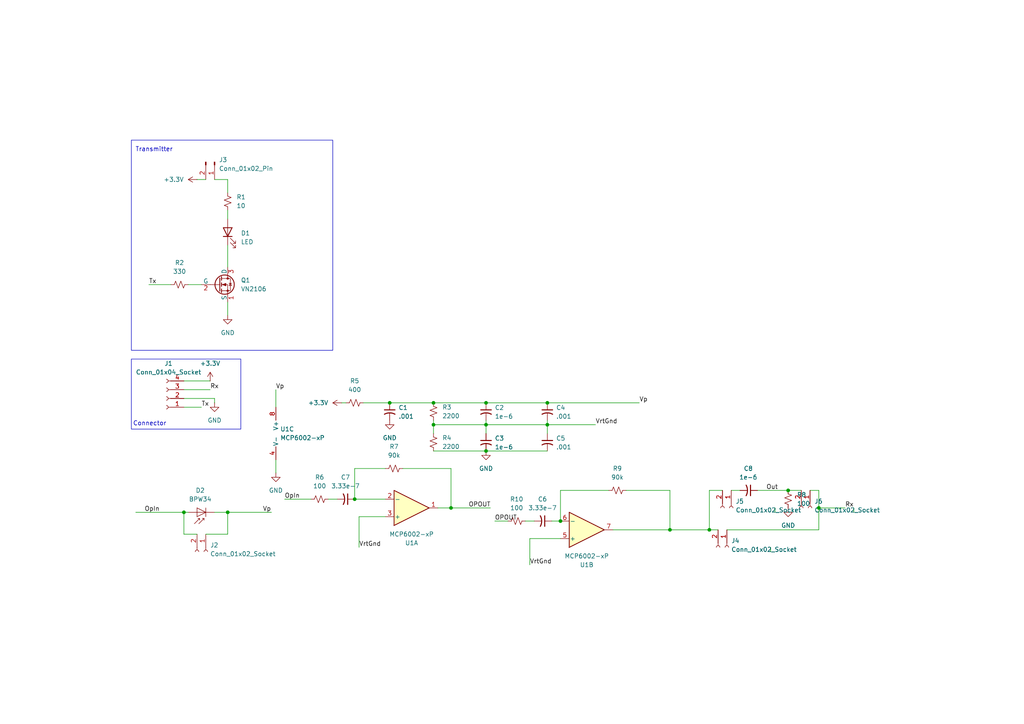
<source format=kicad_sch>
(kicad_sch (version 20250114) (generator "eeschema") (generator_version "9.0")
  (paper "A4")
  (lib_symbols
    (symbol "Amplifier_Operational:MCP6002-xP" (pin_names (offset 0.127))
      (property "Reference" "U" (at 0 5.08 0))
      (property "Value" "MCP6002-xP" (at 0 -5.08 0))
      (symbol "MCP6002-xP_1_1"
        (polyline (pts (xy -5.08 5.08) (xy 5.08 0) (xy -5.08 -5.08) (xy -5.08 5.08)) (stroke (width 0.254)) (fill (type background)))
        (pin input line (at -7.62 2.54 0) (length 2.54) (name "+") (number "3"))
        (pin input line (at -7.62 -2.54 0) (length 2.54) (name "-") (number "2"))
        (pin output line (at 7.62 0 180) (length 2.54) (name "~") (number "1"))
      )
      (symbol "MCP6002-xP_2_1"
        (polyline (pts (xy -5.08 5.08) (xy 5.08 0) (xy -5.08 -5.08) (xy -5.08 5.08)) (stroke (width 0.254)) (fill (type background)))
        (pin input line (at -7.62 2.54 0) (length 2.54) (name "+") (number "5"))
        (pin input line (at -7.62 -2.54 0) (length 2.54) (name "-") (number "6"))
        (pin output line (at 7.62 0 180) (length 2.54) (name "~") (number "7"))
      )
      (symbol "MCP6002-xP_3_1"
        (pin power_in line (at -2.54 7.62 270) (length 3.81) (name "V+") (number "8"))
        (pin power_in line (at -2.54 -7.62 90) (length 3.81) (name "V-") (number "4"))
      )
    )
    (symbol "Connector:Conn_01x02_Pin" (pin_names (offset 1.016) (hide yes))
      (property "Reference" "J" (at 0 2.54 0))
      (property "Value" "Conn_01x02_Pin" (at 0 -5.08 0))
      (symbol "Conn_01x02_Pin_1_1"
        (rectangle (start 0.8636 0.127) (end 0 -0.127) (stroke (width 0.1524)) (fill (type outline)))
        (rectangle (start 0.8636 -2.413) (end 0 -2.667) (stroke (width 0.1524)) (fill (type outline)))
        (polyline (pts (xy 1.27 0) (xy 0.8636 0)) (stroke (width 0.1524)))
        (polyline (pts (xy 1.27 -2.54) (xy 0.8636 -2.54)) (stroke (width 0.1524)))
        (pin passive line (at 5.08 0 180) (length 3.81) (name "Pin_1") (number "1"))
        (pin passive line (at 5.08 -2.54 180) (length 3.81) (name "Pin_2") (number "2"))
      )
    )
    (symbol "Connector:Conn_01x02_Socket" (pin_names (offset 1.016) (hide yes))
      (property "Reference" "J" (at 0 2.54 0))
      (property "Value" "Conn_01x02_Socket" (at 0 -5.08 0))
      (symbol "Conn_01x02_Socket_1_1"
        (polyline (pts (xy -1.27 0) (xy -0.508 0)) (stroke (width 0.1524)))
        (polyline (pts (xy -1.27 -2.54) (xy -0.508 -2.54)) (stroke (width 0.1524)))
        (arc (start 0 -0.508) (mid -0.5058 0) (end 0 0.508) (stroke (width 0.1524)))
        (arc (start 0 -3.048) (mid -0.5058 -2.54) (end 0 -2.032) (stroke (width 0.1524)))
        (pin passive line (at -5.08 0 0) (length 3.81) (name "Pin_1") (number "1"))
        (pin passive line (at -5.08 -2.54 0) (length 3.81) (name "Pin_2") (number "2"))
      )
    )
    (symbol "Connector:Conn_01x04_Socket" (pin_names (offset 1.016) (hide yes))
      (property "Reference" "J" (at 0 5.08 0))
      (property "Value" "Conn_01x04_Socket" (at 0 -7.62 0))
      (symbol "Conn_01x04_Socket_1_1"
        (polyline (pts (xy -1.27 2.54) (xy -0.508 2.54)) (stroke (width 0.1524)))
        (polyline (pts (xy -1.27 0) (xy -0.508 0)) (stroke (width 0.1524)))
        (polyline (pts (xy -1.27 -2.54) (xy -0.508 -2.54)) (stroke (width 0.1524)))
        (polyline (pts (xy -1.27 -5.08) (xy -0.508 -5.08)) (stroke (width 0.1524)))
        (arc (start 0 2.032) (mid -0.5058 2.54) (end 0 3.048) (stroke (width 0.1524)))
        (arc (start 0 -0.508) (mid -0.5058 0) (end 0 0.508) (stroke (width 0.1524)))
        (arc (start 0 -3.048) (mid -0.5058 -2.54) (end 0 -2.032) (stroke (width 0.1524)))
        (arc (start 0 -5.588) (mid -0.5058 -5.08) (end 0 -4.572) (stroke (width 0.1524)))
        (pin passive line (at -5.08 2.54 0) (length 3.81) (name "Pin_1") (number "1"))
        (pin passive line (at -5.08 0 0) (length 3.81) (name "Pin_2") (number "2"))
        (pin passive line (at -5.08 -2.54 0) (length 3.81) (name "Pin_3") (number "3"))
        (pin passive line (at -5.08 -5.08 0) (length 3.81) (name "Pin_4") (number "4"))
      )
    )
    (symbol "Device:C_Small_US" (pin_numbers (hide yes)) (pin_names (offset 0.254) (hide yes))
      (property "Reference" "C" (at 0.254 1.778 0))
      (property "Value" "C_Small_US" (at 0.254 -2.032 0))
      (symbol "C_Small_US_0_1"
        (polyline (pts (xy -1.524 0.508) (xy 1.524 0.508)) (stroke (width 0.3048)))
        (arc (start -1.524 -0.762) (mid 0 -0.3734) (end 1.524 -0.762) (stroke (width 0.3048)))
      )
      (symbol "C_Small_US_1_1"
        (pin passive line (at 0 2.54 270) (length 2.032) (name "~") (number "1"))
        (pin passive line (at 0 -2.54 90) (length 2.032) (name "~") (number "2"))
      )
    )
    (symbol "Device:LED" (pin_numbers (hide yes)) (pin_names (offset 1.016) (hide yes))
      (property "Reference" "D" (at 0 2.54 0))
      (property "Value" "LED" (at 0 -2.54 0))
      (symbol "LED_0_1"
        (polyline (pts (xy -3.048 -0.762) (xy -4.572 -2.286) (xy -3.81 -2.286) (xy -4.572 -2.286) (xy -4.572 -1.524)))
        (polyline (pts (xy -1.778 -0.762) (xy -3.302 -2.286) (xy -2.54 -2.286) (xy -3.302 -2.286) (xy -3.302 -1.524)))
        (polyline (pts (xy -1.27 0) (xy 1.27 0)))
        (polyline (pts (xy -1.27 -1.27) (xy -1.27 1.27)) (stroke (width 0.254)))
        (polyline (pts (xy 1.27 -1.27) (xy 1.27 1.27) (xy -1.27 0) (xy 1.27 -1.27)) (stroke (width 0.254)))
      )
      (symbol "LED_1_1"
        (pin passive line (at -3.81 0 0) (length 2.54) (name "K") (number "1"))
        (pin passive line (at 3.81 0 180) (length 2.54) (name "A") (number "2"))
      )
    )
    (symbol "Device:Q_NMOS" (pin_names (offset 0))
      (property "Reference" "Q1" (at 6.35 1.2701 0))
      (property "Value" "VN2106" (at 6.35 -1.2699 0))
      (symbol "Q_NMOS_0_1"
        (polyline (pts (xy 0.254 1.905) (xy 0.254 -1.905)) (stroke (width 0.254)))
        (polyline (pts (xy 0.254 0) (xy -2.54 0)))
        (polyline (pts (xy 0.762 2.286) (xy 0.762 1.27)) (stroke (width 0.254)))
        (polyline (pts (xy 0.762 0.508) (xy 0.762 -0.508)) (stroke (width 0.254)))
        (polyline (pts (xy 0.762 -1.27) (xy 0.762 -2.286)) (stroke (width 0.254)))
        (polyline (pts (xy 0.762 -1.778) (xy 3.302 -1.778) (xy 3.302 1.778) (xy 0.762 1.778)))
        (polyline (pts (xy 1.016 0) (xy 2.032 0.381) (xy 2.032 -0.381) (xy 1.016 0)) (fill (type outline)))
        (circle (center 1.651 0) (radius 2.794) (stroke (width 0.254)))
        (polyline (pts (xy 2.54 2.54) (xy 2.54 1.778)))
        (circle (center 2.54 1.778) (radius 0.254) (fill (type outline)))
        (circle (center 2.54 -1.778) (radius 0.254) (fill (type outline)))
        (polyline (pts (xy 2.54 -2.54) (xy 2.54 0) (xy 0.762 0)))
        (polyline (pts (xy 2.921 0.381) (xy 3.683 0.381)))
        (polyline (pts (xy 3.302 0.381) (xy 2.921 -0.254) (xy 3.683 -0.254) (xy 3.302 0.381)))
      )
      (symbol "Q_NMOS_1_1"
        (pin input line (at -5.08 0 0) (length 2.54) (name "G") (number "2"))
        (pin passive line (at 2.54 5.08 270) (length 2.54) (name "D") (number "3"))
        (pin passive line (at 2.54 -5.08 90) (length 2.54) (name "S") (number "1"))
      )
    )
    (symbol "Device:R_Small_US" (pin_numbers (hide yes)) (pin_names (offset 0.254) (hide yes))
      (property "Reference" "R" (at 0.762 0.508 0))
      (property "Value" "R_Small_US" (at 0.762 -1.016 0))
      (symbol "R_Small_US_1_1"
        (polyline (pts (xy 0 1.524) (xy 1.016 1.143) (xy 0 0.762) (xy -1.016 0.381) (xy 0 0)))
        (polyline (pts (xy 0 0) (xy 1.016 -0.381) (xy 0 -0.762) (xy -1.016 -1.143) (xy 0 -1.524)))
        (pin passive line (at 0 2.54 270) (length 1.016) (name "~") (number "1"))
        (pin passive line (at 0 -2.54 90) (length 1.016) (name "~") (number "2"))
      )
    )
    (symbol "Sensor_Optical:BPW34" (pin_numbers (hide yes)) (pin_names (offset 1.016) (hide yes))
      (property "Reference" "D" (at 0.508 1.778 0))
      (property "Value" "BPW34" (at -1.016 -2.794 0))
      (symbol "BPW34_0_1"
        (polyline (pts (xy -2.54 1.27) (xy -2.54 -1.27)) (stroke (width 0.1524)))
        (polyline (pts (xy -2.032 1.778) (xy -1.524 1.778)))
        (polyline (pts (xy -0.508 3.302) (xy -2.032 1.778) (xy -2.032 2.286)))
        (polyline (pts (xy 0 1.27) (xy -2.54 0) (xy 0 -1.27)))
        (polyline (pts (xy 0 0) (xy -2.54 0)))
        (polyline (pts (xy 0 -1.27) (xy 0 1.27)))
        (polyline (pts (xy 0.762 3.302) (xy -0.762 1.778) (xy -0.762 2.286) (xy -0.762 1.778) (xy -0.254 1.778)))
      )
      (symbol "BPW34_1_1"
        (pin passive line (at -5.08 0 0) (length 2.54) (name "K") (number "1"))
        (pin passive line (at 2.54 0 180) (length 2.54) (name "A") (number "2"))
      )
    )
    (symbol "power:+3.3V" (power) (pin_numbers (hide yes)) (pin_names (offset 0) (hide yes))
      (property "Value" "+3.3V" (at 0 3.556 0))
      (symbol "+3.3V_0_1"
        (polyline (pts (xy -0.762 1.27) (xy 0 2.54)))
        (polyline (pts (xy 0 2.54) (xy 0.762 1.27)))
        (polyline (pts (xy 0 0) (xy 0 2.54)))
      )
      (symbol "+3.3V_1_1"
        (pin power_in line (at 0 0 90) (length 0) (name "~") (number "1"))
      )
    )
    (symbol "power:GND" (power) (pin_numbers (hide yes)) (pin_names (offset 0) (hide yes))
      (property "Value" "GND" (at 0 -3.81 0))
      (symbol "GND_0_1"
        (polyline (pts (xy 0 0) (xy 0 -1.27) (xy 1.27 -1.27) (xy 0 -2.54) (xy -1.27 -1.27) (xy 0 -1.27)))
      )
      (symbol "GND_1_1"
        (pin power_in line (at 0 0 270) (length 0) (name "~") (number "1"))
      )
    )
  )
  (rectangle (start 38.1 40.64) (end 96.52 101.6))
  (rectangle (start 38.1 104.14) (end 69.85 124.46))
  (text "Transmitter" (at 44.704 43.434 0) (effects (font (size 1.27 1.27))))
  (text "Connector\n" (at 43.434 122.936 0) (effects (font (size 1.27 1.27))))
  (junction (at 158.75 116.84))
  (junction (at 113.03 116.84))
  (junction (at 102.87 144.78))
  (junction (at 140.97 116.84))
  (junction (at 205.74 153.67))
  (junction (at 158.75 123.19))
  (junction (at 194.31 153.67))
  (junction (at 66.04 148.59))
  (junction (at 125.73 116.84))
  (junction (at 162.56 151.13))
  (junction (at 53.34 148.59))
  (junction (at 130.81 147.32))
  (junction (at 228.6 142.24))
  (junction (at 140.97 123.19))
  (junction (at 125.73 123.19))
  (junction (at 140.97 130.81))
  (junction (at 237.49 147.32))
  (wire (pts (xy 66.04 60.96) (xy 66.04 63.5)))
  (wire (pts (xy 194.31 142.24) (xy 194.31 153.67)))
  (wire (pts (xy 66.04 148.59) (xy 66.04 154.94)))
  (wire (pts (xy 125.73 121.92) (xy 125.73 123.19)))
  (wire (pts (xy 111.76 149.86) (xy 104.14 149.86)))
  (wire (pts (xy 59.69 154.94) (xy 66.04 154.94)))
  (wire (pts (xy 158.75 121.92) (xy 158.75 123.19)))
  (wire (pts (xy 66.04 52.07) (xy 66.04 55.88)))
  (wire (pts (xy 105.41 116.84) (xy 113.03 116.84)))
  (wire (pts (xy 104.14 149.86) (xy 104.14 158.75)))
  (wire (pts (xy 152.4 151.13) (xy 154.94 151.13)))
  (wire (pts (xy 53.34 115.57) (xy 62.23 115.57)))
  (wire (pts (xy 205.74 142.24) (xy 209.55 142.24)))
  (wire (pts (xy 237.49 147.32) (xy 237.49 142.24)))
  (wire (pts (xy 66.04 148.59) (xy 78.74 148.59)))
  (wire (pts (xy 125.73 130.81) (xy 140.97 130.81)))
  (wire (pts (xy 237.49 147.32) (xy 245.11 147.32)))
  (wire (pts (xy 130.81 147.32) (xy 142.24 147.32)))
  (wire (pts (xy 53.34 148.59) (xy 54.61 148.59)))
  (wire (pts (xy 143.51 151.13) (xy 147.32 151.13)))
  (wire (pts (xy 162.56 142.24) (xy 176.53 142.24)))
  (wire (pts (xy 99.06 116.84) (xy 100.33 116.84)))
  (wire (pts (xy 53.34 154.94) (xy 57.15 154.94)))
  (wire (pts (xy 158.75 123.19) (xy 158.75 125.73)))
  (wire (pts (xy 158.75 116.84) (xy 185.42 116.84)))
  (wire (pts (xy 234.95 142.24) (xy 237.49 142.24)))
  (wire (pts (xy 140.97 130.81) (xy 158.75 130.81)))
  (wire (pts (xy 66.04 71.12) (xy 66.04 77.47)))
  (wire (pts (xy 57.15 52.07) (xy 59.69 52.07)))
  (wire (pts (xy 43.18 82.55) (xy 49.53 82.55)))
  (wire (pts (xy 53.34 118.11) (xy 58.42 118.11)))
  (wire (pts (xy 228.6 142.24) (xy 232.41 142.24)))
  (wire (pts (xy 210.82 153.67) (xy 237.49 153.67)))
  (wire (pts (xy 125.73 123.19) (xy 125.73 125.73)))
  (wire (pts (xy 160.02 151.13) (xy 162.56 151.13)))
  (wire (pts (xy 102.87 135.89) (xy 102.87 144.78)))
  (wire (pts (xy 95.25 144.78) (xy 97.79 144.78)))
  (wire (pts (xy 102.87 135.89) (xy 111.76 135.89)))
  (wire (pts (xy 237.49 153.67) (xy 237.49 147.32)))
  (wire (pts (xy 62.23 115.57) (xy 62.23 116.84)))
  (wire (pts (xy 130.81 135.89) (xy 130.81 147.32)))
  (wire (pts (xy 53.34 113.03) (xy 60.96 113.03)))
  (wire (pts (xy 39.37 148.59) (xy 53.34 148.59)))
  (wire (pts (xy 181.61 142.24) (xy 194.31 142.24)))
  (wire (pts (xy 113.03 116.84) (xy 125.73 116.84)))
  (wire (pts (xy 140.97 123.19) (xy 140.97 125.73)))
  (wire (pts (xy 116.84 135.89) (xy 130.81 135.89)))
  (wire (pts (xy 140.97 121.92) (xy 140.97 123.19)))
  (wire (pts (xy 205.74 153.67) (xy 208.28 153.67)))
  (wire (pts (xy 125.73 123.19) (xy 140.97 123.19)))
  (wire (pts (xy 153.67 156.21) (xy 153.67 163.83)))
  (wire (pts (xy 162.56 156.21) (xy 153.67 156.21)))
  (wire (pts (xy 62.23 148.59) (xy 66.04 148.59)))
  (wire (pts (xy 247.65 147.32) (xy 247.65 148.59)))
  (wire (pts (xy 205.74 153.67) (xy 205.74 142.24)))
  (wire (pts (xy 140.97 116.84) (xy 158.75 116.84)))
  (wire (pts (xy 140.97 123.19) (xy 158.75 123.19)))
  (wire (pts (xy 66.04 87.63) (xy 66.04 91.44)))
  (wire (pts (xy 82.55 144.78) (xy 90.17 144.78)))
  (wire (pts (xy 54.61 82.55) (xy 58.42 82.55)))
  (wire (pts (xy 53.34 148.59) (xy 53.34 154.94)))
  (wire (pts (xy 194.31 153.67) (xy 205.74 153.67)))
  (wire (pts (xy 102.87 144.78) (xy 111.76 144.78)))
  (wire (pts (xy 158.75 123.19) (xy 172.72 123.19)))
  (wire (pts (xy 127 147.32) (xy 130.81 147.32)))
  (wire (pts (xy 212.09 142.24) (xy 214.63 142.24)))
  (wire (pts (xy 53.34 110.49) (xy 60.96 110.49)))
  (wire (pts (xy 125.73 116.84) (xy 140.97 116.84)))
  (wire (pts (xy 162.56 142.24) (xy 162.56 151.13)))
  (wire (pts (xy 223.52 158.75) (xy 223.52 160.02)))
  (wire (pts (xy 224.79 147.32) (xy 224.79 148.59)))
  (wire (pts (xy 62.23 52.07) (xy 66.04 52.07)))
  (wire (pts (xy 80.01 133.35) (xy 80.01 137.16)))
  (wire (pts (xy 80.01 113.03) (xy 80.01 118.11)))
  (wire (pts (xy 219.71 142.24) (xy 228.6 142.24)))
  (wire (pts (xy 177.8 153.67) (xy 194.31 153.67)))
  (label "VrtGnd" (at 172.72 123.19 0))
  (label "Out" (at 222.25 142.24 0))
  (label "OpIn" (at 41.91 148.59 0))
  (label "Rx" (at 245.11 147.32 0))
  (label "Tx" (at 58.42 118.11 0))
  (label "Vp" (at 76.2 148.59 0))
  (label "Rx" (at 60.96 113.03 0))
  (label "Tx" (at 43.18 82.55 0))
  (label "VrtGnd" (at 104.14 158.75 0))
  (label "OPOUT" (at 135.89 147.32 0))
  (label "OpIn" (at 82.55 144.78 0))
  (label "VrtGnd" (at 153.67 163.83 0))
  (label "Vp" (at 80.01 113.03 0))
  (label "OPOUT" (at 143.51 151.13 0))
  (label "Vp" (at 185.42 116.84 0))
  (symbol (lib_id "Device:R_Small_US") (at 179.07 142.24 90) (unit 1)
    (property "Reference" "R9" (at 179.07 135.89 90))
    (property "Value" "90k" (at 179.07 138.43 90))
    (property "Footprint" "Resistor_THT:R_Axial_DIN0207_L6.3mm_D2.5mm_P7.62mm_Horizontal" (effects (hide yes)))
    (property "Description" "Resistor, small US symbol" (effects (hide yes)))
  )
  (symbol (lib_id "Device:Q_NMOS") (at 63.5 82.55 0) (unit 1)
    (property "Reference" "Q1" (at 69.85 81.2799 0) (effects (justify left)))
    (property "Value" "VN2106" (at 69.85 83.8199 0) (effects (justify left)))
    (property "Footprint" "Package_TO_SOT_THT:TO-92L_Inline" (effects (hide yes)))
    (property "Description" "N-MOSFET transistor" (effects (hide yes)))
  )
  (symbol (lib_id "Connector:Conn_01x02_Socket") (at 59.69 160.02 270) (unit 1)
    (property "Reference" "J2" (at 60.96 158.1149 90) (effects (justify left)))
    (property "Value" "Conn_01x02_Socket" (at 60.96 160.6549 90) (effects (justify left)))
    (property "Footprint" "Connector_JST:JST_PH_B2B-PH-K_1x02_P2.00mm_Vertical" (effects (hide yes)))
    (property "Description" "Generic connector, single row, 01x02, script generated" (effects (hide yes)))
  )
  (symbol (lib_id "Device:R_Small_US") (at 114.3 135.89 90) (unit 1)
    (property "Reference" "R7" (at 114.3 129.54 90))
    (property "Value" "90k" (at 114.3 132.08 90))
    (property "Footprint" "Resistor_THT:R_Axial_DIN0207_L6.3mm_D2.5mm_P7.62mm_Horizontal" (effects (hide yes)))
    (property "Description" "Resistor, small US symbol" (effects (hide yes)))
  )
  (symbol (lib_id "Device:C_Small_US") (at 140.97 119.38 0) (unit 1)
    (property "Reference" "C2" (at 143.51 118.2369 0) (effects (justify left)))
    (property "Value" "1e-6" (at 143.51 120.7769 0) (effects (justify left)))
    (property "Footprint" "Capacitor_THT:C_Disc_D10.0mm_W2.5mm_P5.00mm" (effects (hide yes)))
    (property "Description" "capacitor, small US symbol" (effects (hide yes)))
  )
  (symbol (lib_id "Connector:Conn_01x02_Socket") (at 212.09 147.32 270) (unit 1)
    (property "Reference" "J5" (at 213.36 145.4149 90) (effects (justify left)))
    (property "Value" "Conn_01x02_Socket" (at 213.36 147.9549 90) (effects (justify left)))
    (property "Footprint" "Connector_JST:JST_PH_B2B-PH-K_1x02_P2.00mm_Vertical" (effects (hide yes)))
    (property "Description" "Generic connector, single row, 01x02, script generated" (effects (hide yes)))
  )
  (symbol (lib_id "Device:R_Small_US") (at 125.73 119.38 0) (unit 1)
    (property "Reference" "R3" (at 128.27 118.1099 0) (effects (justify left)))
    (property "Value" "2200" (at 128.27 120.6499 0) (effects (justify left)))
    (property "Footprint" "Resistor_THT:R_Axial_DIN0207_L6.3mm_D2.5mm_P7.62mm_Horizontal" (effects (hide yes)))
    (property "Description" "Resistor, small US symbol" (effects (hide yes)))
  )
  (symbol (lib_id "Amplifier_Operational:MCP6002-xP") (at 119.38 147.32 0) (mirror x) (unit 1)
    (property "Reference" "U1" (at 119.38 157.48 0))
    (property "Value" "MCP6002-xP" (at 119.38 154.94 0))
    (property "Footprint" "Package_DIP:DIP-8_W7.62mm" (effects (hide yes)))
    (property "Datasheet" "http://ww1.microchip.com/downloads/en/DeviceDoc/21733j.pdf" (effects (hide yes)))
    (property "Description" "1MHz, Low-Power Op Amp, DIP-8" (effects (hide yes)))
  )
  (symbol (lib_id "Device:R_Small_US") (at 228.6 144.78 180) (unit 1)
    (property "Reference" "R8" (at 231.14 143.5099 0) (effects (justify right)))
    (property "Value" "100" (at 231.14 146.0499 0) (effects (justify right)))
    (property "Footprint" "Resistor_THT:R_Axial_DIN0207_L6.3mm_D2.5mm_P7.62mm_Horizontal" (effects (hide yes)))
    (property "Description" "Resistor, small US symbol" (effects (hide yes)))
  )
  (symbol (lib_id "Device:R_Small_US") (at 102.87 116.84 90) (unit 1)
    (property "Reference" "R5" (at 102.87 110.49 90))
    (property "Value" "400" (at 102.87 113.03 90))
    (property "Footprint" "Resistor_THT:R_Axial_DIN0207_L6.3mm_D2.5mm_P7.62mm_Horizontal" (effects (hide yes)))
    (property "Description" "Resistor, small US symbol" (effects (hide yes)))
  )
  (symbol (lib_id "power:+3.3V") (at 57.15 52.07 90) (unit 1)
    (property "Reference" "#PWR01" (effects (hide yes)))
    (property "Value" "+3.3V" (at 53.34 52.0699 90) (effects (justify left)))
    (property "Description" "Power symbol creates a global label with name \"+3.3V\"" (effects (hide yes)))
  )
  (symbol (lib_id "Device:C_Small_US") (at 217.17 142.24 270) (unit 1)
    (property "Reference" "C8" (at 217.043 135.89 90))
    (property "Value" "1e-6" (at 217.043 138.43 90))
    (property "Footprint" "Capacitor_THT:C_Disc_D10.0mm_W2.5mm_P5.00mm" (effects (hide yes)))
    (property "Description" "capacitor, small US symbol" (effects (hide yes)))
  )
  (symbol (lib_id "Sensor_Optical:BPW34") (at 57.15 148.59 180) (unit 1)
    (property "Reference" "D2" (at 58.0771 142.24 0))
    (property "Value" "BPW34" (at 58.0771 144.78 0))
    (property "Footprint" "OptoDevice:Osram_DIL2_4.3x4.65mm_P5.08mm" (effects (hide yes)))
    (property "Datasheet" "http://www.vishay.com/docs/81521/bpw34.pdf" (effects (hide yes)))
    (property "Description" "Silicon PIN Photodiode" (effects (hide yes)))
  )
  (symbol (lib_id "Amplifier_Operational:MCP6002-xP") (at 82.55 125.73 0) (unit 3)
    (property "Reference" "U1" (at 81.28 124.4599 0) (effects (justify left)))
    (property "Value" "MCP6002-xP" (at 81.28 126.9999 0) (effects (justify left)))
    (property "Footprint" "Package_DIP:DIP-8_W7.62mm" (effects (hide yes)))
    (property "Datasheet" "http://ww1.microchip.com/downloads/en/DeviceDoc/21733j.pdf" (effects (hide yes)))
    (property "Description" "1MHz, Low-Power Op Amp, DIP-8" (effects (hide yes)))
  )
  (symbol (lib_id "Device:C_Small_US") (at 100.33 144.78 270) (unit 1)
    (property "Reference" "C7" (at 100.203 138.43 90))
    (property "Value" "3.33e-7" (at 100.203 140.97 90))
    (property "Footprint" "Capacitor_THT:C_Disc_D10.0mm_W2.5mm_P5.00mm" (effects (hide yes)))
    (property "Description" "capacitor, small US symbol" (effects (hide yes)))
  )
  (symbol (lib_id "Device:R_Small_US") (at 149.86 151.13 90) (unit 1)
    (property "Reference" "R10" (at 149.86 144.78 90))
    (property "Value" "100" (at 149.86 147.32 90))
    (property "Footprint" "Resistor_THT:R_Axial_DIN0207_L6.3mm_D2.5mm_P7.62mm_Horizontal" (effects (hide yes)))
    (property "Description" "Resistor, small US symbol" (effects (hide yes)))
  )
  (symbol (lib_id "power:+3.3V") (at 99.06 116.84 90) (unit 1)
    (property "Reference" "#PWR07" (effects (hide yes)))
    (property "Value" "+3.3V" (at 95.25 116.8399 90) (effects (justify left)))
    (property "Description" "Power symbol creates a global label with name \"+3.3V\"" (effects (hide yes)))
  )
  (symbol (lib_id "Device:R_Small_US") (at 52.07 82.55 90) (unit 1)
    (property "Reference" "R2" (at 52.07 76.2 90))
    (property "Value" "330" (at 52.07 78.74 90))
    (property "Footprint" "Resistor_THT:R_Axial_DIN0207_L6.3mm_D2.5mm_P7.62mm_Horizontal" (effects (hide yes)))
    (property "Description" "Resistor, small US symbol" (effects (hide yes)))
  )
  (symbol (lib_id "Device:C_Small_US") (at 157.48 151.13 270) (unit 1)
    (property "Reference" "C6" (at 157.353 144.78 90))
    (property "Value" "3.33e-7" (at 157.353 147.32 90))
    (property "Footprint" "Capacitor_THT:C_Disc_D10.0mm_W2.5mm_P5.00mm" (effects (hide yes)))
    (property "Description" "capacitor, small US symbol" (effects (hide yes)))
  )
  (symbol (lib_id "Connector:Conn_01x02_Socket") (at 210.82 158.75 270) (unit 1)
    (property "Reference" "J4" (at 212.09 156.8449 90) (effects (justify left)))
    (property "Value" "Conn_01x02_Socket" (at 212.09 159.3849 90) (effects (justify left)))
    (property "Footprint" "Connector_JST:JST_PH_B2B-PH-K_1x02_P2.00mm_Vertical" (effects (hide yes)))
    (property "Description" "Generic connector, single row, 01x02, script generated" (effects (hide yes)))
  )
  (symbol (lib_id "Device:R_Small_US") (at 125.73 128.27 0) (unit 1)
    (property "Reference" "R4" (at 128.27 126.9999 0) (effects (justify left)))
    (property "Value" "2200" (at 128.27 129.5399 0) (effects (justify left)))
    (property "Footprint" "Resistor_THT:R_Axial_DIN0207_L6.3mm_D2.5mm_P7.62mm_Horizontal" (effects (hide yes)))
    (property "Description" "Resistor, small US symbol" (effects (hide yes)))
  )
  (symbol (lib_id "Amplifier_Operational:MCP6002-xP") (at 170.18 153.67 0) (mirror x) (unit 2)
    (property "Reference" "U1" (at 170.18 163.83 0))
    (property "Value" "MCP6002-xP" (at 170.18 161.29 0))
    (property "Footprint" "Package_DIP:DIP-8_W7.62mm" (effects (hide yes)))
    (property "Datasheet" "http://ww1.microchip.com/downloads/en/DeviceDoc/21733j.pdf" (effects (hide yes)))
    (property "Description" "1MHz, Low-Power Op Amp, DIP-8" (effects (hide yes)))
  )
  (symbol (lib_id "power:GND") (at 113.03 121.92 0) (unit 1)
    (property "Reference" "#PWR05" (effects (hide yes)))
    (property "Value" "GND" (at 113.03 127 0))
    (property "Description" "Power symbol creates a global label with name \"GND\" , ground" (effects (hide yes)))
  )
  (symbol (lib_id "power:GND") (at 140.97 130.81 0) (unit 1)
    (property "Reference" "#PWR06" (effects (hide yes)))
    (property "Value" "GND" (at 140.97 135.89 0))
    (property "Description" "Power symbol creates a global label with name \"GND\" , ground" (effects (hide yes)))
  )
  (symbol (lib_id "power:GND") (at 228.6 147.32 0) (unit 1)
    (property "Reference" "#PWR09" (effects (hide yes)))
    (property "Value" "GND" (at 228.6 152.4 0))
    (property "Description" "Power symbol creates a global label with name \"GND\" , ground" (effects (hide yes)))
  )
  (symbol (lib_id "Device:LED") (at 66.04 67.31 90) (unit 1)
    (property "Reference" "D1" (at 69.85 67.6274 90) (effects (justify right)))
    (property "Value" "LED" (at 69.85 70.1674 90) (effects (justify right)))
    (property "Footprint" "LED_THT:LED_D3.0mm" (effects (hide yes)))
    (property "Description" "Light emitting diode" (effects (hide yes)))
    (property "Sim.Pins" "1=K 2=A" (effects (hide yes)))
  )
  (symbol (lib_id "Device:C_Small_US") (at 113.03 119.38 0) (unit 1)
    (property "Reference" "C1" (at 115.57 118.2369 0) (effects (justify left)))
    (property "Value" ".001" (at 115.57 120.7769 0) (effects (justify left)))
    (property "Footprint" "Capacitor_THT:CP_Radial_D10.0mm_P5.00mm" (effects (hide yes)))
    (property "Description" "capacitor, small US symbol" (effects (hide yes)))
  )
  (symbol (lib_id "Device:C_Small_US") (at 158.75 119.38 0) (unit 1)
    (property "Reference" "C4" (at 161.29 118.2369 0) (effects (justify left)))
    (property "Value" ".001" (at 161.29 120.7769 0) (effects (justify left)))
    (property "Footprint" "Capacitor_THT:CP_Radial_D10.0mm_P5.00mm" (effects (hide yes)))
    (property "Description" "capacitor, small US symbol" (effects (hide yes)))
  )
  (symbol (lib_id "Device:C_Small_US") (at 140.97 128.27 0) (unit 1)
    (property "Reference" "C3" (at 143.51 127.1269 0) (effects (justify left)))
    (property "Value" "1e-6" (at 143.51 129.6669 0) (effects (justify left)))
    (property "Footprint" "Capacitor_THT:C_Disc_D10.0mm_W2.5mm_P5.00mm" (effects (hide yes)))
    (property "Description" "capacitor, small US symbol" (effects (hide yes)))
  )
  (symbol (lib_id "power:GND") (at 66.04 91.44 0) (unit 1)
    (property "Reference" "#PWR02" (effects (hide yes)))
    (property "Value" "GND" (at 66.04 96.52 0))
    (property "Description" "Power symbol creates a global label with name \"GND\" , ground" (effects (hide yes)))
  )
  (symbol (lib_id "Device:R_Small_US") (at 92.71 144.78 90) (unit 1)
    (property "Reference" "R6" (at 92.71 138.43 90))
    (property "Value" "100" (at 92.71 140.97 90))
    (property "Footprint" "Resistor_THT:R_Axial_DIN0207_L6.3mm_D2.5mm_P7.62mm_Horizontal" (effects (hide yes)))
    (property "Description" "Resistor, small US symbol" (effects (hide yes)))
  )
  (symbol (lib_id "Connector:Conn_01x04_Socket") (at 48.26 115.57 180) (unit 1)
    (property "Reference" "J1" (at 48.895 105.41 0))
    (property "Value" "Conn_01x04_Socket" (at 48.895 107.95 0))
    (property "Footprint" "Connector_PinSocket_2.54mm:PinSocket_1x04_P2.54mm_Vertical" (effects (hide yes)))
    (property "Description" "Generic connector, single row, 01x04, script generated" (effects (hide yes)))
  )
  (symbol (lib_id "Device:R_Small_US") (at 66.04 58.42 0) (unit 1)
    (property "Reference" "R1" (at 68.58 57.1499 0) (effects (justify left)))
    (property "Value" "10" (at 68.58 59.6899 0) (effects (justify left)))
    (property "Footprint" "Resistor_THT:R_Axial_DIN0207_L6.3mm_D2.5mm_P7.62mm_Horizontal" (effects (hide yes)))
    (property "Description" "Resistor, small US symbol" (effects (hide yes)))
  )
  (symbol (lib_id "Connector:Conn_01x02_Pin") (at 62.23 46.99 270) (unit 1)
    (property "Reference" "J3" (at 63.5 46.3549 90) (effects (justify left)))
    (property "Value" "Conn_01x02_Pin" (at 63.5 48.8949 90) (effects (justify left)))
    (property "Footprint" "Connector_PinHeader_2.54mm:PinHeader_1x02_P2.54mm_Vertical" (effects (hide yes)))
    (property "Description" "Generic connector, single row, 01x02, script generated" (effects (hide yes)))
  )
  (symbol (lib_id "Connector:Conn_01x02_Socket") (at 234.95 147.32 270) (unit 1)
    (property "Reference" "J6" (at 236.22 145.4149 90) (effects (justify left)))
    (property "Value" "Conn_01x02_Socket" (at 236.22 147.9549 90) (effects (justify left)))
    (property "Footprint" "Connector_JST:JST_PH_B2B-PH-K_1x02_P2.00mm_Vertical" (effects (hide yes)))
    (property "Description" "Generic connector, single row, 01x02, script generated" (effects (hide yes)))
  )
  (symbol (lib_id "power:+3.3V") (at 60.96 110.49 0) (unit 1)
    (property "Reference" "#PWR03" (effects (hide yes)))
    (property "Value" "+3.3V" (at 60.96 105.41 0))
    (property "Description" "Power symbol creates a global label with name \"+3.3V\"" (effects (hide yes)))
  )
  (symbol (lib_id "Device:C_Small_US") (at 158.75 128.27 0) (unit 1)
    (property "Reference" "C5" (at 161.29 127.1269 0) (effects (justify left)))
    (property "Value" ".001" (at 161.29 129.6669 0) (effects (justify left)))
    (property "Footprint" "Capacitor_THT:CP_Radial_D10.0mm_P5.00mm" (effects (hide yes)))
    (property "Description" "capacitor, small US symbol" (effects (hide yes)))
  )
  (symbol (lib_id "power:GND") (at 80.01 137.16 0) (unit 1)
    (property "Reference" "#PWR08" (effects (hide yes)))
    (property "Value" "GND" (at 80.01 142.24 0))
    (property "Description" "Power symbol creates a global label with name \"GND\" , ground" (effects (hide yes)))
  )
  (symbol (lib_id "power:GND") (at 62.23 116.84 0) (unit 1)
    (property "Reference" "#PWR04" (effects (hide yes)))
    (property "Value" "GND" (at 62.23 121.92 0))
    (property "Description" "Power symbol creates a global label with name \"GND\" , ground" (effects (hide yes)))
  )
)
</source>
